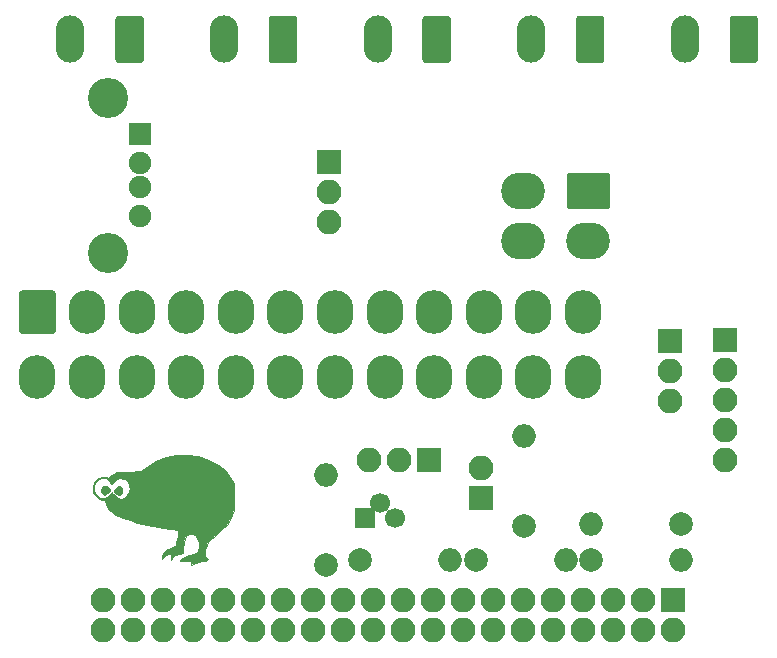
<source format=gbr>
G04 #@! TF.GenerationSoftware,KiCad,Pcbnew,(5.0.1-dev-70-gb7b125d83)*
G04 #@! TF.CreationDate,2019-03-06T23:30:42+01:00*
G04 #@! TF.ProjectId,ATX-breakout,4154582D627265616B6F75742E6B6963,rev?*
G04 #@! TF.SameCoordinates,Original*
G04 #@! TF.FileFunction,Soldermask,Top*
G04 #@! TF.FilePolarity,Negative*
%FSLAX46Y46*%
G04 Gerber Fmt 4.6, Leading zero omitted, Abs format (unit mm)*
G04 Created by KiCad (PCBNEW (5.0.1-dev-70-gb7b125d83)) date 03/06/19 23:30:42*
%MOMM*%
%LPD*%
G01*
G04 APERTURE LIST*
%ADD10C,0.010000*%
%ADD11C,3.400000*%
%ADD12R,1.900000X1.900000*%
%ADD13C,1.900000*%
%ADD14C,0.100000*%
%ADD15C,3.100000*%
%ADD16O,3.100000X3.700000*%
%ADD17R,2.100000X2.100000*%
%ADD18O,2.100000X2.100000*%
%ADD19O,3.700000X3.100000*%
%ADD20C,1.700000*%
%ADD21R,1.700000X1.700000*%
%ADD22O,2.400000X4.000000*%
%ADD23C,2.400000*%
%ADD24C,2.000000*%
%ADD25O,2.000000X2.000000*%
G04 APERTURE END LIST*
D10*
G04 #@! TO.C,G\002A\002A\002A*
G36*
X65306148Y-85135709D02*
X65457675Y-85285617D01*
X65495591Y-85386409D01*
X65490035Y-85624006D01*
X65369597Y-85783970D01*
X65180419Y-85841067D01*
X64968640Y-85770063D01*
X64899714Y-85712285D01*
X64787686Y-85568433D01*
X64794031Y-85435259D01*
X64920089Y-85251290D01*
X65109649Y-85120204D01*
X65306148Y-85135709D01*
X65306148Y-85135709D01*
G37*
X65306148Y-85135709D02*
X65457675Y-85285617D01*
X65495591Y-85386409D01*
X65490035Y-85624006D01*
X65369597Y-85783970D01*
X65180419Y-85841067D01*
X64968640Y-85770063D01*
X64899714Y-85712285D01*
X64787686Y-85568433D01*
X64794031Y-85435259D01*
X64920089Y-85251290D01*
X65109649Y-85120204D01*
X65306148Y-85135709D01*
G36*
X64181477Y-85146842D02*
X64332006Y-85290593D01*
X64422698Y-85444418D01*
X64428000Y-85479044D01*
X64364510Y-85606230D01*
X64221001Y-85747052D01*
X64067909Y-85837457D01*
X64025214Y-85845333D01*
X63895490Y-85790710D01*
X63799047Y-85712285D01*
X63691094Y-85556386D01*
X63666000Y-85464333D01*
X63731721Y-85300494D01*
X63880867Y-85149034D01*
X64039925Y-85083333D01*
X64181477Y-85146842D01*
X64181477Y-85146842D01*
G37*
X64181477Y-85146842D02*
X64332006Y-85290593D01*
X64422698Y-85444418D01*
X64428000Y-85479044D01*
X64364510Y-85606230D01*
X64221001Y-85747052D01*
X64067909Y-85837457D01*
X64025214Y-85845333D01*
X63895490Y-85790710D01*
X63799047Y-85712285D01*
X63691094Y-85556386D01*
X63666000Y-85464333D01*
X63731721Y-85300494D01*
X63880867Y-85149034D01*
X64039925Y-85083333D01*
X64181477Y-85146842D01*
G36*
X71887919Y-82612640D02*
X72833817Y-82925473D01*
X73117897Y-83050277D01*
X73761726Y-83413902D01*
X74263271Y-83847037D01*
X74641455Y-84367376D01*
X74749105Y-84575333D01*
X74842579Y-84787867D01*
X74905184Y-84983714D01*
X74942999Y-85205008D01*
X74962106Y-85493888D01*
X74968583Y-85892488D01*
X74969000Y-86099333D01*
X74956755Y-86690491D01*
X74909333Y-87175422D01*
X74810705Y-87585255D01*
X74644844Y-87951121D01*
X74395719Y-88304150D01*
X74047301Y-88675471D01*
X73583563Y-89096215D01*
X73302718Y-89335456D01*
X73024360Y-89601906D01*
X72783992Y-89888996D01*
X72649370Y-90103020D01*
X72523194Y-90451007D01*
X72476915Y-90780932D01*
X72512718Y-91046732D01*
X72598333Y-91179333D01*
X72714614Y-91317107D01*
X72670273Y-91402538D01*
X72466241Y-91434024D01*
X72450167Y-91434160D01*
X72217125Y-91470896D01*
X71917622Y-91564176D01*
X71730500Y-91641932D01*
X71286000Y-91848876D01*
X71286000Y-91629447D01*
X71277846Y-91505307D01*
X71225923Y-91446079D01*
X71089037Y-91437194D01*
X70825998Y-91464083D01*
X70820333Y-91464749D01*
X70514506Y-91482497D01*
X70361604Y-91450446D01*
X70355241Y-91376196D01*
X70489036Y-91267347D01*
X70756602Y-91131499D01*
X71151557Y-90976252D01*
X71263331Y-90937379D01*
X71921000Y-90713666D01*
X71946269Y-90182089D01*
X71953571Y-89881290D01*
X71927955Y-89688641D01*
X71851626Y-89543637D01*
X71714247Y-89393221D01*
X71446932Y-89202804D01*
X71199540Y-89170999D01*
X70984188Y-89287266D01*
X70812992Y-89541062D01*
X70698071Y-89921848D01*
X70654605Y-90315035D01*
X70633200Y-90798333D01*
X70308198Y-90851171D01*
X69962159Y-90985425D01*
X69788352Y-91147504D01*
X69593508Y-91391000D01*
X69593087Y-91110127D01*
X69579886Y-90922971D01*
X69518368Y-90864741D01*
X69402167Y-90887025D01*
X69197207Y-90987971D01*
X69021167Y-91119156D01*
X68830667Y-91293517D01*
X68830667Y-91115921D01*
X68907019Y-90866871D01*
X69108837Y-90625469D01*
X69395265Y-90431145D01*
X69632423Y-90342147D01*
X69814137Y-90293428D01*
X69935376Y-90234764D01*
X70015647Y-90132372D01*
X70074460Y-89952469D01*
X70131324Y-89661271D01*
X70175594Y-89401541D01*
X70212082Y-89086404D01*
X70192707Y-88911178D01*
X70171301Y-88884660D01*
X70065110Y-88854500D01*
X69819487Y-88801391D01*
X69461940Y-88730762D01*
X69019976Y-88648042D01*
X68521102Y-88558660D01*
X68506883Y-88556167D01*
X67564163Y-88381097D01*
X66772947Y-88211267D01*
X66115737Y-88041284D01*
X65575039Y-87865755D01*
X65133355Y-87679289D01*
X64773190Y-87476494D01*
X64597333Y-87351269D01*
X64401039Y-87155169D01*
X64212215Y-86896924D01*
X64067981Y-86635106D01*
X64005460Y-86428285D01*
X64005100Y-86416833D01*
X63943216Y-86298638D01*
X63784533Y-86268666D01*
X63553633Y-86195691D01*
X63286937Y-85990870D01*
X63265963Y-85970230D01*
X63090051Y-85779764D01*
X63008506Y-85621632D01*
X62995587Y-85430024D01*
X63102813Y-85430024D01*
X63203708Y-85733192D01*
X63389163Y-85972767D01*
X63630426Y-86126685D01*
X63898748Y-86172883D01*
X64165377Y-86089295D01*
X64292341Y-85988689D01*
X64447001Y-85814080D01*
X64542492Y-85671189D01*
X64597585Y-85591335D01*
X64652174Y-85671189D01*
X64829948Y-85921103D01*
X65081726Y-86107797D01*
X65343005Y-86183919D01*
X65350763Y-86184000D01*
X65656393Y-86112585D01*
X65888308Y-85923742D01*
X66039752Y-85655575D01*
X66103974Y-85346186D01*
X66074220Y-85033679D01*
X65943737Y-84756155D01*
X65705771Y-84551719D01*
X65645131Y-84523141D01*
X65323880Y-84457522D01*
X65034827Y-84550749D01*
X64766296Y-84801843D01*
X64624116Y-84944384D01*
X64542985Y-84948853D01*
X64536833Y-84936299D01*
X64362030Y-84669682D01*
X64090309Y-84482756D01*
X63956577Y-84441087D01*
X63686300Y-84466958D01*
X63421085Y-84617878D01*
X63210862Y-84855613D01*
X63115228Y-85085328D01*
X63102813Y-85430024D01*
X62995587Y-85430024D01*
X62994912Y-85420027D01*
X63009552Y-85234425D01*
X63060090Y-84932176D01*
X63163069Y-84722132D01*
X63317791Y-84559195D01*
X63547827Y-84412143D01*
X63808488Y-84328325D01*
X64045057Y-84317069D01*
X64202815Y-84387708D01*
X64216323Y-84405982D01*
X64306317Y-84407174D01*
X64481535Y-84311292D01*
X64610841Y-84215482D01*
X64757584Y-84101958D01*
X64889168Y-84023600D01*
X65041881Y-83972300D01*
X65252015Y-83939947D01*
X65555860Y-83918432D01*
X65989706Y-83899645D01*
X66031565Y-83898000D01*
X67110087Y-83855666D01*
X67568210Y-83505289D01*
X68357482Y-83000826D01*
X69190098Y-82658836D01*
X70060049Y-82479814D01*
X70961326Y-82464251D01*
X71887919Y-82612640D01*
X71887919Y-82612640D01*
G37*
X71887919Y-82612640D02*
X72833817Y-82925473D01*
X73117897Y-83050277D01*
X73761726Y-83413902D01*
X74263271Y-83847037D01*
X74641455Y-84367376D01*
X74749105Y-84575333D01*
X74842579Y-84787867D01*
X74905184Y-84983714D01*
X74942999Y-85205008D01*
X74962106Y-85493888D01*
X74968583Y-85892488D01*
X74969000Y-86099333D01*
X74956755Y-86690491D01*
X74909333Y-87175422D01*
X74810705Y-87585255D01*
X74644844Y-87951121D01*
X74395719Y-88304150D01*
X74047301Y-88675471D01*
X73583563Y-89096215D01*
X73302718Y-89335456D01*
X73024360Y-89601906D01*
X72783992Y-89888996D01*
X72649370Y-90103020D01*
X72523194Y-90451007D01*
X72476915Y-90780932D01*
X72512718Y-91046732D01*
X72598333Y-91179333D01*
X72714614Y-91317107D01*
X72670273Y-91402538D01*
X72466241Y-91434024D01*
X72450167Y-91434160D01*
X72217125Y-91470896D01*
X71917622Y-91564176D01*
X71730500Y-91641932D01*
X71286000Y-91848876D01*
X71286000Y-91629447D01*
X71277846Y-91505307D01*
X71225923Y-91446079D01*
X71089037Y-91437194D01*
X70825998Y-91464083D01*
X70820333Y-91464749D01*
X70514506Y-91482497D01*
X70361604Y-91450446D01*
X70355241Y-91376196D01*
X70489036Y-91267347D01*
X70756602Y-91131499D01*
X71151557Y-90976252D01*
X71263331Y-90937379D01*
X71921000Y-90713666D01*
X71946269Y-90182089D01*
X71953571Y-89881290D01*
X71927955Y-89688641D01*
X71851626Y-89543637D01*
X71714247Y-89393221D01*
X71446932Y-89202804D01*
X71199540Y-89170999D01*
X70984188Y-89287266D01*
X70812992Y-89541062D01*
X70698071Y-89921848D01*
X70654605Y-90315035D01*
X70633200Y-90798333D01*
X70308198Y-90851171D01*
X69962159Y-90985425D01*
X69788352Y-91147504D01*
X69593508Y-91391000D01*
X69593087Y-91110127D01*
X69579886Y-90922971D01*
X69518368Y-90864741D01*
X69402167Y-90887025D01*
X69197207Y-90987971D01*
X69021167Y-91119156D01*
X68830667Y-91293517D01*
X68830667Y-91115921D01*
X68907019Y-90866871D01*
X69108837Y-90625469D01*
X69395265Y-90431145D01*
X69632423Y-90342147D01*
X69814137Y-90293428D01*
X69935376Y-90234764D01*
X70015647Y-90132372D01*
X70074460Y-89952469D01*
X70131324Y-89661271D01*
X70175594Y-89401541D01*
X70212082Y-89086404D01*
X70192707Y-88911178D01*
X70171301Y-88884660D01*
X70065110Y-88854500D01*
X69819487Y-88801391D01*
X69461940Y-88730762D01*
X69019976Y-88648042D01*
X68521102Y-88558660D01*
X68506883Y-88556167D01*
X67564163Y-88381097D01*
X66772947Y-88211267D01*
X66115737Y-88041284D01*
X65575039Y-87865755D01*
X65133355Y-87679289D01*
X64773190Y-87476494D01*
X64597333Y-87351269D01*
X64401039Y-87155169D01*
X64212215Y-86896924D01*
X64067981Y-86635106D01*
X64005460Y-86428285D01*
X64005100Y-86416833D01*
X63943216Y-86298638D01*
X63784533Y-86268666D01*
X63553633Y-86195691D01*
X63286937Y-85990870D01*
X63265963Y-85970230D01*
X63090051Y-85779764D01*
X63008506Y-85621632D01*
X62995587Y-85430024D01*
X63102813Y-85430024D01*
X63203708Y-85733192D01*
X63389163Y-85972767D01*
X63630426Y-86126685D01*
X63898748Y-86172883D01*
X64165377Y-86089295D01*
X64292341Y-85988689D01*
X64447001Y-85814080D01*
X64542492Y-85671189D01*
X64597585Y-85591335D01*
X64652174Y-85671189D01*
X64829948Y-85921103D01*
X65081726Y-86107797D01*
X65343005Y-86183919D01*
X65350763Y-86184000D01*
X65656393Y-86112585D01*
X65888308Y-85923742D01*
X66039752Y-85655575D01*
X66103974Y-85346186D01*
X66074220Y-85033679D01*
X65943737Y-84756155D01*
X65705771Y-84551719D01*
X65645131Y-84523141D01*
X65323880Y-84457522D01*
X65034827Y-84550749D01*
X64766296Y-84801843D01*
X64624116Y-84944384D01*
X64542985Y-84948853D01*
X64536833Y-84936299D01*
X64362030Y-84669682D01*
X64090309Y-84482756D01*
X63956577Y-84441087D01*
X63686300Y-84466958D01*
X63421085Y-84617878D01*
X63210862Y-84855613D01*
X63115228Y-85085328D01*
X63102813Y-85430024D01*
X62995587Y-85430024D01*
X62994912Y-85420027D01*
X63009552Y-85234425D01*
X63060090Y-84932176D01*
X63163069Y-84722132D01*
X63317791Y-84559195D01*
X63547827Y-84412143D01*
X63808488Y-84328325D01*
X64045057Y-84317069D01*
X64202815Y-84387708D01*
X64216323Y-84405982D01*
X64306317Y-84407174D01*
X64481535Y-84311292D01*
X64610841Y-84215482D01*
X64757584Y-84101958D01*
X64889168Y-84023600D01*
X65041881Y-83972300D01*
X65252015Y-83939947D01*
X65555860Y-83918432D01*
X65989706Y-83899645D01*
X66031565Y-83898000D01*
X67110087Y-83855666D01*
X67568210Y-83505289D01*
X68357482Y-83000826D01*
X69190098Y-82658836D01*
X70060049Y-82479814D01*
X70961326Y-82464251D01*
X71887919Y-82612640D01*
G04 #@! TD*
D11*
G04 #@! TO.C,J3*
X64290000Y-65370000D03*
X64290000Y-52230000D03*
D12*
X67000000Y-55300000D03*
D13*
X67000000Y-57800000D03*
X67000000Y-59800000D03*
X67000000Y-62300000D03*
G04 #@! TD*
D14*
G04 #@! TO.C,J5*
G36*
X59591097Y-68551382D02*
X59618960Y-68555515D01*
X59646285Y-68562360D01*
X59672807Y-68571849D01*
X59698271Y-68583893D01*
X59722432Y-68598375D01*
X59745057Y-68615155D01*
X59765929Y-68634071D01*
X59784845Y-68654943D01*
X59801625Y-68677568D01*
X59816107Y-68701729D01*
X59828151Y-68727193D01*
X59837640Y-68753715D01*
X59844485Y-68781040D01*
X59848618Y-68808903D01*
X59850000Y-68837038D01*
X59850000Y-71962962D01*
X59848618Y-71991097D01*
X59844485Y-72018960D01*
X59837640Y-72046285D01*
X59828151Y-72072807D01*
X59816107Y-72098271D01*
X59801625Y-72122432D01*
X59784845Y-72145057D01*
X59765929Y-72165929D01*
X59745057Y-72184845D01*
X59722432Y-72201625D01*
X59698271Y-72216107D01*
X59672807Y-72228151D01*
X59646285Y-72237640D01*
X59618960Y-72244485D01*
X59591097Y-72248618D01*
X59562962Y-72250000D01*
X57037038Y-72250000D01*
X57008903Y-72248618D01*
X56981040Y-72244485D01*
X56953715Y-72237640D01*
X56927193Y-72228151D01*
X56901729Y-72216107D01*
X56877568Y-72201625D01*
X56854943Y-72184845D01*
X56834071Y-72165929D01*
X56815155Y-72145057D01*
X56798375Y-72122432D01*
X56783893Y-72098271D01*
X56771849Y-72072807D01*
X56762360Y-72046285D01*
X56755515Y-72018960D01*
X56751382Y-71991097D01*
X56750000Y-71962962D01*
X56750000Y-68837038D01*
X56751382Y-68808903D01*
X56755515Y-68781040D01*
X56762360Y-68753715D01*
X56771849Y-68727193D01*
X56783893Y-68701729D01*
X56798375Y-68677568D01*
X56815155Y-68654943D01*
X56834071Y-68634071D01*
X56854943Y-68615155D01*
X56877568Y-68598375D01*
X56901729Y-68583893D01*
X56927193Y-68571849D01*
X56953715Y-68562360D01*
X56981040Y-68555515D01*
X57008903Y-68551382D01*
X57037038Y-68550000D01*
X59562962Y-68550000D01*
X59591097Y-68551382D01*
X59591097Y-68551382D01*
G37*
D15*
X58300000Y-70400000D03*
D16*
X62500000Y-70400000D03*
X66700000Y-70400000D03*
X70900000Y-70400000D03*
X75100000Y-70400000D03*
X79300000Y-70400000D03*
X83500000Y-70400000D03*
X87700000Y-70400000D03*
X91900000Y-70400000D03*
X96100000Y-70400000D03*
X100300000Y-70400000D03*
X104500000Y-70400000D03*
X58300000Y-75900000D03*
X62500000Y-75900000D03*
X66700000Y-75900000D03*
X70900000Y-75900000D03*
X75100000Y-75900000D03*
X79300000Y-75900000D03*
X83500000Y-75900000D03*
X87700000Y-75900000D03*
X91900000Y-75900000D03*
X96100000Y-75900000D03*
X100300000Y-75900000D03*
X104500000Y-75900000D03*
G04 #@! TD*
D17*
G04 #@! TO.C,J1*
X116550000Y-72800000D03*
D18*
X116550000Y-75340000D03*
X116550000Y-77880000D03*
X116550000Y-80420000D03*
X116550000Y-82960000D03*
G04 #@! TD*
D14*
G04 #@! TO.C,J2*
G36*
X106541097Y-58601382D02*
X106568960Y-58605515D01*
X106596285Y-58612360D01*
X106622807Y-58621849D01*
X106648271Y-58633893D01*
X106672432Y-58648375D01*
X106695057Y-58665155D01*
X106715929Y-58684071D01*
X106734845Y-58704943D01*
X106751625Y-58727568D01*
X106766107Y-58751729D01*
X106778151Y-58777193D01*
X106787640Y-58803715D01*
X106794485Y-58831040D01*
X106798618Y-58858903D01*
X106800000Y-58887038D01*
X106800000Y-61412962D01*
X106798618Y-61441097D01*
X106794485Y-61468960D01*
X106787640Y-61496285D01*
X106778151Y-61522807D01*
X106766107Y-61548271D01*
X106751625Y-61572432D01*
X106734845Y-61595057D01*
X106715929Y-61615929D01*
X106695057Y-61634845D01*
X106672432Y-61651625D01*
X106648271Y-61666107D01*
X106622807Y-61678151D01*
X106596285Y-61687640D01*
X106568960Y-61694485D01*
X106541097Y-61698618D01*
X106512962Y-61700000D01*
X103387038Y-61700000D01*
X103358903Y-61698618D01*
X103331040Y-61694485D01*
X103303715Y-61687640D01*
X103277193Y-61678151D01*
X103251729Y-61666107D01*
X103227568Y-61651625D01*
X103204943Y-61634845D01*
X103184071Y-61615929D01*
X103165155Y-61595057D01*
X103148375Y-61572432D01*
X103133893Y-61548271D01*
X103121849Y-61522807D01*
X103112360Y-61496285D01*
X103105515Y-61468960D01*
X103101382Y-61441097D01*
X103100000Y-61412962D01*
X103100000Y-58887038D01*
X103101382Y-58858903D01*
X103105515Y-58831040D01*
X103112360Y-58803715D01*
X103121849Y-58777193D01*
X103133893Y-58751729D01*
X103148375Y-58727568D01*
X103165155Y-58704943D01*
X103184071Y-58684071D01*
X103204943Y-58665155D01*
X103227568Y-58648375D01*
X103251729Y-58633893D01*
X103277193Y-58621849D01*
X103303715Y-58612360D01*
X103331040Y-58605515D01*
X103358903Y-58601382D01*
X103387038Y-58600000D01*
X106512962Y-58600000D01*
X106541097Y-58601382D01*
X106541097Y-58601382D01*
G37*
D15*
X104950000Y-60150000D03*
D19*
X104950000Y-64350000D03*
X99450000Y-60150000D03*
X99450000Y-64350000D03*
G04 #@! TD*
D17*
G04 #@! TO.C,J4*
X112074999Y-94765001D03*
D18*
X112074999Y-97305001D03*
X109534999Y-94765001D03*
X109534999Y-97305001D03*
X106994999Y-94765001D03*
X106994999Y-97305001D03*
X104454999Y-94765001D03*
X104454999Y-97305001D03*
X101914999Y-94765001D03*
X101914999Y-97305001D03*
X99374999Y-94765001D03*
X99374999Y-97305001D03*
X96834999Y-94765001D03*
X96834999Y-97305001D03*
X94294999Y-94765001D03*
X94294999Y-97305001D03*
X91754999Y-94765001D03*
X91754999Y-97305001D03*
X89214999Y-94765001D03*
X89214999Y-97305001D03*
X86674999Y-94765001D03*
X86674999Y-97305001D03*
X84134999Y-94765001D03*
X84134999Y-97305001D03*
X81594999Y-94765001D03*
X81594999Y-97305001D03*
X79054999Y-94765001D03*
X79054999Y-97305001D03*
X76514999Y-94765001D03*
X76514999Y-97305001D03*
X73974999Y-94765001D03*
X73974999Y-97305001D03*
X71434999Y-94765001D03*
X71434999Y-97305001D03*
X68894999Y-94765001D03*
X68894999Y-97305001D03*
X66354999Y-94765001D03*
X66354999Y-97305001D03*
X63814999Y-94765001D03*
X63814999Y-97305001D03*
G04 #@! TD*
D17*
G04 #@! TO.C,J7*
X95900000Y-86100000D03*
D18*
X95900000Y-83560000D03*
G04 #@! TD*
G04 #@! TO.C,JP1*
X111900000Y-77890000D03*
X111900000Y-75350000D03*
D17*
X111900000Y-72810000D03*
G04 #@! TD*
D18*
G04 #@! TO.C,JP2*
X83000000Y-62740000D03*
X83000000Y-60200000D03*
D17*
X83000000Y-57660000D03*
G04 #@! TD*
D18*
G04 #@! TO.C,JP3*
X86360000Y-82900000D03*
X88900000Y-82900000D03*
D17*
X91440000Y-82900000D03*
G04 #@! TD*
D20*
G04 #@! TO.C,Q1*
X87270000Y-86530000D03*
X88540000Y-87800000D03*
D21*
X86000000Y-87800000D03*
G04 #@! TD*
D22*
G04 #@! TO.C,J6*
X100100000Y-47300000D03*
D14*
G36*
X106029405Y-45301445D02*
X106058527Y-45305764D01*
X106087085Y-45312918D01*
X106114805Y-45322836D01*
X106141419Y-45335424D01*
X106166671Y-45350559D01*
X106190318Y-45368097D01*
X106212132Y-45387868D01*
X106231903Y-45409682D01*
X106249441Y-45433329D01*
X106264576Y-45458581D01*
X106277164Y-45485195D01*
X106287082Y-45512915D01*
X106294236Y-45541473D01*
X106298555Y-45570595D01*
X106300000Y-45600000D01*
X106300000Y-49000000D01*
X106298555Y-49029405D01*
X106294236Y-49058527D01*
X106287082Y-49087085D01*
X106277164Y-49114805D01*
X106264576Y-49141419D01*
X106249441Y-49166671D01*
X106231903Y-49190318D01*
X106212132Y-49212132D01*
X106190318Y-49231903D01*
X106166671Y-49249441D01*
X106141419Y-49264576D01*
X106114805Y-49277164D01*
X106087085Y-49287082D01*
X106058527Y-49294236D01*
X106029405Y-49298555D01*
X106000000Y-49300000D01*
X104200000Y-49300000D01*
X104170595Y-49298555D01*
X104141473Y-49294236D01*
X104112915Y-49287082D01*
X104085195Y-49277164D01*
X104058581Y-49264576D01*
X104033329Y-49249441D01*
X104009682Y-49231903D01*
X103987868Y-49212132D01*
X103968097Y-49190318D01*
X103950559Y-49166671D01*
X103935424Y-49141419D01*
X103922836Y-49114805D01*
X103912918Y-49087085D01*
X103905764Y-49058527D01*
X103901445Y-49029405D01*
X103900000Y-49000000D01*
X103900000Y-45600000D01*
X103901445Y-45570595D01*
X103905764Y-45541473D01*
X103912918Y-45512915D01*
X103922836Y-45485195D01*
X103935424Y-45458581D01*
X103950559Y-45433329D01*
X103968097Y-45409682D01*
X103987868Y-45387868D01*
X104009682Y-45368097D01*
X104033329Y-45350559D01*
X104058581Y-45335424D01*
X104085195Y-45322836D01*
X104112915Y-45312918D01*
X104141473Y-45305764D01*
X104170595Y-45301445D01*
X104200000Y-45300000D01*
X106000000Y-45300000D01*
X106029405Y-45301445D01*
X106029405Y-45301445D01*
G37*
D23*
X105100000Y-47300000D03*
G04 #@! TD*
D14*
G04 #@! TO.C,J8*
G36*
X80029405Y-45301445D02*
X80058527Y-45305764D01*
X80087085Y-45312918D01*
X80114805Y-45322836D01*
X80141419Y-45335424D01*
X80166671Y-45350559D01*
X80190318Y-45368097D01*
X80212132Y-45387868D01*
X80231903Y-45409682D01*
X80249441Y-45433329D01*
X80264576Y-45458581D01*
X80277164Y-45485195D01*
X80287082Y-45512915D01*
X80294236Y-45541473D01*
X80298555Y-45570595D01*
X80300000Y-45600000D01*
X80300000Y-49000000D01*
X80298555Y-49029405D01*
X80294236Y-49058527D01*
X80287082Y-49087085D01*
X80277164Y-49114805D01*
X80264576Y-49141419D01*
X80249441Y-49166671D01*
X80231903Y-49190318D01*
X80212132Y-49212132D01*
X80190318Y-49231903D01*
X80166671Y-49249441D01*
X80141419Y-49264576D01*
X80114805Y-49277164D01*
X80087085Y-49287082D01*
X80058527Y-49294236D01*
X80029405Y-49298555D01*
X80000000Y-49300000D01*
X78200000Y-49300000D01*
X78170595Y-49298555D01*
X78141473Y-49294236D01*
X78112915Y-49287082D01*
X78085195Y-49277164D01*
X78058581Y-49264576D01*
X78033329Y-49249441D01*
X78009682Y-49231903D01*
X77987868Y-49212132D01*
X77968097Y-49190318D01*
X77950559Y-49166671D01*
X77935424Y-49141419D01*
X77922836Y-49114805D01*
X77912918Y-49087085D01*
X77905764Y-49058527D01*
X77901445Y-49029405D01*
X77900000Y-49000000D01*
X77900000Y-45600000D01*
X77901445Y-45570595D01*
X77905764Y-45541473D01*
X77912918Y-45512915D01*
X77922836Y-45485195D01*
X77935424Y-45458581D01*
X77950559Y-45433329D01*
X77968097Y-45409682D01*
X77987868Y-45387868D01*
X78009682Y-45368097D01*
X78033329Y-45350559D01*
X78058581Y-45335424D01*
X78085195Y-45322836D01*
X78112915Y-45312918D01*
X78141473Y-45305764D01*
X78170595Y-45301445D01*
X78200000Y-45300000D01*
X80000000Y-45300000D01*
X80029405Y-45301445D01*
X80029405Y-45301445D01*
G37*
D23*
X79100000Y-47300000D03*
D22*
X74100000Y-47300000D03*
G04 #@! TD*
G04 #@! TO.C,J9*
X87100000Y-47300000D03*
D14*
G36*
X93029405Y-45301445D02*
X93058527Y-45305764D01*
X93087085Y-45312918D01*
X93114805Y-45322836D01*
X93141419Y-45335424D01*
X93166671Y-45350559D01*
X93190318Y-45368097D01*
X93212132Y-45387868D01*
X93231903Y-45409682D01*
X93249441Y-45433329D01*
X93264576Y-45458581D01*
X93277164Y-45485195D01*
X93287082Y-45512915D01*
X93294236Y-45541473D01*
X93298555Y-45570595D01*
X93300000Y-45600000D01*
X93300000Y-49000000D01*
X93298555Y-49029405D01*
X93294236Y-49058527D01*
X93287082Y-49087085D01*
X93277164Y-49114805D01*
X93264576Y-49141419D01*
X93249441Y-49166671D01*
X93231903Y-49190318D01*
X93212132Y-49212132D01*
X93190318Y-49231903D01*
X93166671Y-49249441D01*
X93141419Y-49264576D01*
X93114805Y-49277164D01*
X93087085Y-49287082D01*
X93058527Y-49294236D01*
X93029405Y-49298555D01*
X93000000Y-49300000D01*
X91200000Y-49300000D01*
X91170595Y-49298555D01*
X91141473Y-49294236D01*
X91112915Y-49287082D01*
X91085195Y-49277164D01*
X91058581Y-49264576D01*
X91033329Y-49249441D01*
X91009682Y-49231903D01*
X90987868Y-49212132D01*
X90968097Y-49190318D01*
X90950559Y-49166671D01*
X90935424Y-49141419D01*
X90922836Y-49114805D01*
X90912918Y-49087085D01*
X90905764Y-49058527D01*
X90901445Y-49029405D01*
X90900000Y-49000000D01*
X90900000Y-45600000D01*
X90901445Y-45570595D01*
X90905764Y-45541473D01*
X90912918Y-45512915D01*
X90922836Y-45485195D01*
X90935424Y-45458581D01*
X90950559Y-45433329D01*
X90968097Y-45409682D01*
X90987868Y-45387868D01*
X91009682Y-45368097D01*
X91033329Y-45350559D01*
X91058581Y-45335424D01*
X91085195Y-45322836D01*
X91112915Y-45312918D01*
X91141473Y-45305764D01*
X91170595Y-45301445D01*
X91200000Y-45300000D01*
X93000000Y-45300000D01*
X93029405Y-45301445D01*
X93029405Y-45301445D01*
G37*
D23*
X92100000Y-47300000D03*
G04 #@! TD*
D14*
G04 #@! TO.C,J10*
G36*
X67029405Y-45301445D02*
X67058527Y-45305764D01*
X67087085Y-45312918D01*
X67114805Y-45322836D01*
X67141419Y-45335424D01*
X67166671Y-45350559D01*
X67190318Y-45368097D01*
X67212132Y-45387868D01*
X67231903Y-45409682D01*
X67249441Y-45433329D01*
X67264576Y-45458581D01*
X67277164Y-45485195D01*
X67287082Y-45512915D01*
X67294236Y-45541473D01*
X67298555Y-45570595D01*
X67300000Y-45600000D01*
X67300000Y-49000000D01*
X67298555Y-49029405D01*
X67294236Y-49058527D01*
X67287082Y-49087085D01*
X67277164Y-49114805D01*
X67264576Y-49141419D01*
X67249441Y-49166671D01*
X67231903Y-49190318D01*
X67212132Y-49212132D01*
X67190318Y-49231903D01*
X67166671Y-49249441D01*
X67141419Y-49264576D01*
X67114805Y-49277164D01*
X67087085Y-49287082D01*
X67058527Y-49294236D01*
X67029405Y-49298555D01*
X67000000Y-49300000D01*
X65200000Y-49300000D01*
X65170595Y-49298555D01*
X65141473Y-49294236D01*
X65112915Y-49287082D01*
X65085195Y-49277164D01*
X65058581Y-49264576D01*
X65033329Y-49249441D01*
X65009682Y-49231903D01*
X64987868Y-49212132D01*
X64968097Y-49190318D01*
X64950559Y-49166671D01*
X64935424Y-49141419D01*
X64922836Y-49114805D01*
X64912918Y-49087085D01*
X64905764Y-49058527D01*
X64901445Y-49029405D01*
X64900000Y-49000000D01*
X64900000Y-45600000D01*
X64901445Y-45570595D01*
X64905764Y-45541473D01*
X64912918Y-45512915D01*
X64922836Y-45485195D01*
X64935424Y-45458581D01*
X64950559Y-45433329D01*
X64968097Y-45409682D01*
X64987868Y-45387868D01*
X65009682Y-45368097D01*
X65033329Y-45350559D01*
X65058581Y-45335424D01*
X65085195Y-45322836D01*
X65112915Y-45312918D01*
X65141473Y-45305764D01*
X65170595Y-45301445D01*
X65200000Y-45300000D01*
X67000000Y-45300000D01*
X67029405Y-45301445D01*
X67029405Y-45301445D01*
G37*
D23*
X66100000Y-47300000D03*
D22*
X61100000Y-47300000D03*
G04 #@! TD*
D14*
G04 #@! TO.C,J11*
G36*
X119029405Y-45301445D02*
X119058527Y-45305764D01*
X119087085Y-45312918D01*
X119114805Y-45322836D01*
X119141419Y-45335424D01*
X119166671Y-45350559D01*
X119190318Y-45368097D01*
X119212132Y-45387868D01*
X119231903Y-45409682D01*
X119249441Y-45433329D01*
X119264576Y-45458581D01*
X119277164Y-45485195D01*
X119287082Y-45512915D01*
X119294236Y-45541473D01*
X119298555Y-45570595D01*
X119300000Y-45600000D01*
X119300000Y-49000000D01*
X119298555Y-49029405D01*
X119294236Y-49058527D01*
X119287082Y-49087085D01*
X119277164Y-49114805D01*
X119264576Y-49141419D01*
X119249441Y-49166671D01*
X119231903Y-49190318D01*
X119212132Y-49212132D01*
X119190318Y-49231903D01*
X119166671Y-49249441D01*
X119141419Y-49264576D01*
X119114805Y-49277164D01*
X119087085Y-49287082D01*
X119058527Y-49294236D01*
X119029405Y-49298555D01*
X119000000Y-49300000D01*
X117200000Y-49300000D01*
X117170595Y-49298555D01*
X117141473Y-49294236D01*
X117112915Y-49287082D01*
X117085195Y-49277164D01*
X117058581Y-49264576D01*
X117033329Y-49249441D01*
X117009682Y-49231903D01*
X116987868Y-49212132D01*
X116968097Y-49190318D01*
X116950559Y-49166671D01*
X116935424Y-49141419D01*
X116922836Y-49114805D01*
X116912918Y-49087085D01*
X116905764Y-49058527D01*
X116901445Y-49029405D01*
X116900000Y-49000000D01*
X116900000Y-45600000D01*
X116901445Y-45570595D01*
X116905764Y-45541473D01*
X116912918Y-45512915D01*
X116922836Y-45485195D01*
X116935424Y-45458581D01*
X116950559Y-45433329D01*
X116968097Y-45409682D01*
X116987868Y-45387868D01*
X117009682Y-45368097D01*
X117033329Y-45350559D01*
X117058581Y-45335424D01*
X117085195Y-45322836D01*
X117112915Y-45312918D01*
X117141473Y-45305764D01*
X117170595Y-45301445D01*
X117200000Y-45300000D01*
X119000000Y-45300000D01*
X119029405Y-45301445D01*
X119029405Y-45301445D01*
G37*
D23*
X118100000Y-47300000D03*
D22*
X113100000Y-47300000D03*
G04 #@! TD*
D24*
G04 #@! TO.C,R1*
X99500000Y-88500000D03*
D25*
X99500000Y-80880000D03*
G04 #@! TD*
G04 #@! TO.C,R2*
X103020000Y-91400000D03*
D24*
X95400000Y-91400000D03*
G04 #@! TD*
G04 #@! TO.C,R3*
X85600000Y-91400000D03*
D25*
X93220000Y-91400000D03*
G04 #@! TD*
G04 #@! TO.C,R4*
X82700000Y-84180000D03*
D24*
X82700000Y-91800000D03*
G04 #@! TD*
G04 #@! TO.C,R5*
X105180000Y-91400000D03*
D25*
X112800000Y-91400000D03*
G04 #@! TD*
G04 #@! TO.C,R6*
X105180000Y-88300000D03*
D24*
X112800000Y-88300000D03*
G04 #@! TD*
M02*

</source>
